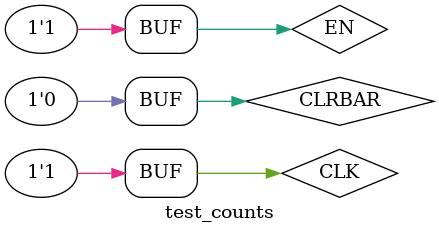
<source format=v>
`timescale 1ns / 1ps

module test_counts;

	reg CLK;
	reg EN;
	reg CLRBAR;
	
	wire [5:0] OUT;

	counts uut (
		.CLK(CLK), 
		.EN(EN), 
		.CLRBAR(CLRBAR), 
		.OUT(OUT)
	);

	initial begin
	
		CLK = 1;
		EN = 1;
		CLRBAR = 0;

		#1;

	end
      always begin #1 CLK=0; #1 CLK=1; end
endmodule


</source>
